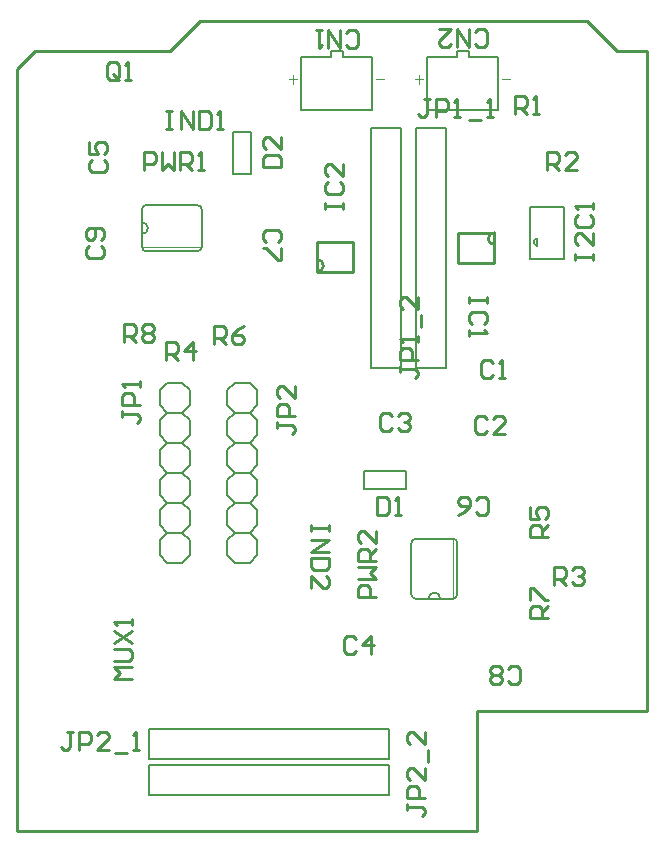
<source format=gto>
%FSLAX24Y24*%
%MOIN*%
G70*
G01*
G75*
%ADD10R,0.0120X0.0570*%
%ADD11R,0.0280X0.0360*%
%ADD12R,0.0520X0.0600*%
%ADD13R,0.0100X0.0400*%
%ADD14R,0.0240X0.0870*%
%ADD15R,0.0520X0.0630*%
%ADD16R,0.0360X0.0280*%
%ADD17R,0.0480X0.0280*%
%ADD18R,0.0280X0.0480*%
%ADD19R,0.0800X0.0260*%
%ADD20R,0.0260X0.0800*%
%ADD21R,0.0630X0.0520*%
%ADD22R,0.0600X0.0520*%
%ADD23C,0.0120*%
%ADD24C,0.0150*%
%ADD25C,0.1500*%
%ADD26C,0.1400*%
G04:AMPARAMS|DCode=27|XSize=70mil|YSize=70mil|CornerRadius=0mil|HoleSize=0mil|Usage=FLASHONLY|Rotation=0.000|XOffset=0mil|YOffset=0mil|HoleType=Round|Shape=Octagon|*
%AMOCTAGOND27*
4,1,8,0.0350,-0.0175,0.0350,0.0175,0.0175,0.0350,-0.0175,0.0350,-0.0350,0.0175,-0.0350,-0.0175,-0.0175,-0.0350,0.0175,-0.0350,0.0350,-0.0175,0.0*
%
%ADD27OCTAGOND27*%

G04:AMPARAMS|DCode=28|XSize=70mil|YSize=70mil|CornerRadius=0mil|HoleSize=0mil|Usage=FLASHONLY|Rotation=90.000|XOffset=0mil|YOffset=0mil|HoleType=Round|Shape=Octagon|*
%AMOCTAGOND28*
4,1,8,0.0175,0.0350,-0.0175,0.0350,-0.0350,0.0175,-0.0350,-0.0175,-0.0175,-0.0350,0.0175,-0.0350,0.0350,-0.0175,0.0350,0.0175,0.0175,0.0350,0.0*
%
%ADD28OCTAGOND28*%

G04:AMPARAMS|DCode=29|XSize=60mil|YSize=60mil|CornerRadius=0mil|HoleSize=0mil|Usage=FLASHONLY|Rotation=0.000|XOffset=0mil|YOffset=0mil|HoleType=Round|Shape=Octagon|*
%AMOCTAGOND29*
4,1,8,0.0300,-0.0150,0.0300,0.0150,0.0150,0.0300,-0.0150,0.0300,-0.0300,0.0150,-0.0300,-0.0150,-0.0150,-0.0300,0.0150,-0.0300,0.0300,-0.0150,0.0*
%
%ADD29OCTAGOND29*%

%ADD30C,0.0560*%
G04:AMPARAMS|DCode=31|XSize=66mil|YSize=66mil|CornerRadius=0mil|HoleSize=0mil|Usage=FLASHONLY|Rotation=90.000|XOffset=0mil|YOffset=0mil|HoleType=Round|Shape=Octagon|*
%AMOCTAGOND31*
4,1,8,0.0165,0.0330,-0.0165,0.0330,-0.0330,0.0165,-0.0330,-0.0165,-0.0165,-0.0330,0.0165,-0.0330,0.0330,-0.0165,0.0330,0.0165,0.0165,0.0330,0.0*
%
%ADD31OCTAGOND31*%

%ADD32C,0.0500*%
%ADD33C,0.0100*%
%ADD34C,0.0080*%
%ADD35C,0.0060*%
%ADD36C,0.0050*%
%ADD37C,0.0020*%
%ADD38C,0.0034*%
D33*
X27700Y30250D02*
G03*
X27700Y30650I0J200D01*
G01*
X33600Y31550D02*
G03*
X33600Y31150I0J-200D01*
G01*
X17700Y37000D02*
X18300Y37600D01*
X17700Y11600D02*
Y37000D01*
X17700Y11600D02*
X17700Y11600D01*
X17700Y11600D02*
X33016D01*
Y15600D01*
X38700D01*
Y37600D01*
X38700Y37600D01*
X37700D02*
X38700D01*
X36700Y38600D02*
X37700Y37600D01*
X23800Y38600D02*
X36700D01*
X22800Y37600D02*
X23800Y38600D01*
X18300Y37600D02*
X22800D01*
X27700Y30250D02*
Y31250D01*
X28900D01*
Y30250D02*
Y31250D01*
X27700Y30250D02*
X28900D01*
X33600Y30550D02*
Y31550D01*
X32400Y30550D02*
X33600D01*
X32400D02*
Y31550D01*
X33600D01*
X30450Y27100D02*
Y26900D01*
Y27000D01*
X30950D01*
X31050Y26900D01*
Y26800D01*
X30950Y26700D01*
X31050Y27300D02*
X30450D01*
Y27600D01*
X30550Y27700D01*
X30750D01*
X30850Y27600D01*
Y27300D01*
X31050Y27900D02*
Y28100D01*
Y28000D01*
X30450D01*
X30550Y27900D01*
X31150Y28399D02*
Y28799D01*
X31050Y29399D02*
Y28999D01*
X30650Y29399D01*
X30550D01*
X30450Y29299D01*
Y29099D01*
X30550Y28999D01*
X31450Y36000D02*
X31250D01*
X31350D01*
Y35500D01*
X31250Y35400D01*
X31150D01*
X31050Y35500D01*
X31650Y35400D02*
Y36000D01*
X31950D01*
X32050Y35900D01*
Y35700D01*
X31950Y35600D01*
X31650D01*
X32250Y35400D02*
X32450D01*
X32350D01*
Y36000D01*
X32250Y35900D01*
X32749Y35300D02*
X33149D01*
X33349Y35400D02*
X33549D01*
X33449D01*
Y36000D01*
X33349Y35900D01*
X30700Y12500D02*
Y12300D01*
Y12400D01*
X31200D01*
X31300Y12300D01*
Y12200D01*
X31200Y12100D01*
X31300Y12700D02*
X30700D01*
Y13000D01*
X30800Y13100D01*
X31000D01*
X31100Y13000D01*
Y12700D01*
X31300Y13699D02*
Y13300D01*
X30900Y13699D01*
X30800D01*
X30700Y13600D01*
Y13400D01*
X30800Y13300D01*
X31400Y13899D02*
Y14299D01*
X31300Y14899D02*
Y14499D01*
X30900Y14899D01*
X30800D01*
X30700Y14799D01*
Y14599D01*
X30800Y14499D01*
X19550Y14900D02*
X19350D01*
X19450D01*
Y14400D01*
X19350Y14300D01*
X19250D01*
X19150Y14400D01*
X19750Y14300D02*
Y14900D01*
X20050D01*
X20150Y14800D01*
Y14600D01*
X20050Y14500D01*
X19750D01*
X20749Y14300D02*
X20350D01*
X20749Y14700D01*
Y14800D01*
X20650Y14900D01*
X20450D01*
X20350Y14800D01*
X20949Y14200D02*
X21349D01*
X21549Y14300D02*
X21749D01*
X21649D01*
Y14900D01*
X21549Y14800D01*
X33350Y25350D02*
X33250Y25450D01*
X33050D01*
X32950Y25350D01*
Y24950D01*
X33050Y24850D01*
X33250D01*
X33350Y24950D01*
X33950Y24850D02*
X33550D01*
X33950Y25250D01*
Y25350D01*
X33850Y25450D01*
X33650D01*
X33550Y25350D01*
X33550Y27200D02*
X33450Y27300D01*
X33250D01*
X33150Y27200D01*
Y26800D01*
X33250Y26700D01*
X33450D01*
X33550Y26800D01*
X33750Y26700D02*
X33950D01*
X33850D01*
Y27300D01*
X33750Y27200D01*
X26350Y25250D02*
Y25050D01*
Y25150D01*
X26850D01*
X26950Y25050D01*
Y24950D01*
X26850Y24850D01*
X26950Y25450D02*
X26350D01*
Y25750D01*
X26450Y25850D01*
X26650D01*
X26750Y25750D01*
Y25450D01*
X26950Y26449D02*
Y26050D01*
X26550Y26449D01*
X26450D01*
X26350Y26350D01*
Y26150D01*
X26450Y26050D01*
X21200Y25600D02*
Y25400D01*
Y25500D01*
X21700D01*
X21800Y25400D01*
Y25300D01*
X21700Y25200D01*
X21800Y25800D02*
X21200D01*
Y26100D01*
X21300Y26200D01*
X21500D01*
X21600Y26100D01*
Y25800D01*
X21800Y26400D02*
Y26600D01*
Y26500D01*
X21200D01*
X21300Y26400D01*
X33350Y29400D02*
Y29200D01*
Y29300D01*
X32750D01*
Y29400D01*
Y29200D01*
X33250Y28500D02*
X33350Y28600D01*
Y28800D01*
X33250Y28900D01*
X32850D01*
X32750Y28800D01*
Y28600D01*
X32850Y28500D01*
X32750Y28300D02*
Y28100D01*
Y28200D01*
X33350D01*
X33250Y28300D01*
X27950Y32350D02*
Y32550D01*
Y32450D01*
X28550D01*
Y32350D01*
Y32550D01*
X28050Y33250D02*
X27950Y33150D01*
Y32950D01*
X28050Y32850D01*
X28450D01*
X28550Y32950D01*
Y33150D01*
X28450Y33250D01*
X28550Y33850D02*
Y33450D01*
X28150Y33850D01*
X28050D01*
X27950Y33750D01*
Y33550D01*
X28050Y33450D01*
X30175Y25450D02*
X30075Y25550D01*
X29875D01*
X29775Y25450D01*
Y25050D01*
X29875Y24950D01*
X30075D01*
X30175Y25050D01*
X30374Y25450D02*
X30474Y25550D01*
X30674D01*
X30774Y25450D01*
Y25350D01*
X30674Y25250D01*
X30574D01*
X30674D01*
X30774Y25150D01*
Y25050D01*
X30674Y24950D01*
X30474D01*
X30374Y25050D01*
X36300Y30650D02*
Y30850D01*
Y30750D01*
X36900D01*
Y30650D01*
Y30850D01*
Y31550D02*
Y31150D01*
X36500Y31550D01*
X36400D01*
X36300Y31450D01*
Y31250D01*
X36400Y31150D01*
Y32150D02*
X36300Y32050D01*
Y31850D01*
X36400Y31750D01*
X36800D01*
X36900Y31850D01*
Y32050D01*
X36800Y32150D01*
X36900Y32349D02*
Y32549D01*
Y32449D01*
X36300D01*
X36400Y32349D01*
X21535Y16675D02*
X20935D01*
X21135Y16875D01*
X20935Y17075D01*
X21535D01*
X20935Y17275D02*
X21435D01*
X21535Y17375D01*
Y17575D01*
X21435Y17675D01*
X20935D01*
Y17875D02*
X21535Y18274D01*
X20935D02*
X21535Y17875D01*
Y18474D02*
Y18674D01*
Y18574D01*
X20935D01*
X21035Y18474D01*
X28650Y37800D02*
X28750Y37700D01*
X28950D01*
X29050Y37800D01*
Y38200D01*
X28950Y38300D01*
X28750D01*
X28650Y38200D01*
X28450Y38300D02*
Y37700D01*
X28050Y38300D01*
Y37700D01*
X27850Y38300D02*
X27650D01*
X27750D01*
Y37700D01*
X27850Y37800D01*
X21100Y36750D02*
Y37150D01*
X21000Y37250D01*
X20800D01*
X20700Y37150D01*
Y36750D01*
X20800Y36650D01*
X21000D01*
X20900Y36850D02*
X21100Y36650D01*
X21000D02*
X21100Y36750D01*
X21300Y36650D02*
X21500D01*
X21400D01*
Y37250D01*
X21300Y37150D01*
X34274Y35500D02*
Y36100D01*
X34574D01*
X34674Y36000D01*
Y35800D01*
X34574Y35700D01*
X34274D01*
X34474D02*
X34674Y35500D01*
X34874D02*
X35074D01*
X34974D01*
Y36100D01*
X34874Y36000D01*
X35350Y33650D02*
Y34250D01*
X35650D01*
X35750Y34150D01*
Y33950D01*
X35650Y33850D01*
X35350D01*
X35550D02*
X35750Y33650D01*
X36350D02*
X35950D01*
X36350Y34050D01*
Y34150D01*
X36250Y34250D01*
X36050D01*
X35950Y34150D01*
X32950Y37850D02*
X33050Y37750D01*
X33250D01*
X33350Y37850D01*
Y38250D01*
X33250Y38350D01*
X33050D01*
X32950Y38250D01*
X32750Y38350D02*
Y37750D01*
X32350Y38350D01*
Y37750D01*
X31751Y38350D02*
X32150D01*
X31751Y37950D01*
Y37850D01*
X31850Y37750D01*
X32050D01*
X32150Y37850D01*
X28100Y21790D02*
Y21590D01*
Y21690D01*
X27500D01*
Y21790D01*
Y21590D01*
Y21290D02*
X28100D01*
X27500Y20890D01*
X28100D01*
Y20690D02*
X27500D01*
Y20390D01*
X27600Y20290D01*
X28000D01*
X28100Y20390D01*
Y20690D01*
X27500Y19691D02*
Y20091D01*
X27900Y19691D01*
X28000D01*
X28100Y19791D01*
Y19991D01*
X28000Y20091D01*
X29700Y22750D02*
Y22150D01*
X30000D01*
X30100Y22250D01*
Y22650D01*
X30000Y22750D01*
X29700D01*
X30300Y22150D02*
X30500D01*
X30400D01*
Y22750D01*
X30300Y22650D01*
X22650Y35600D02*
X22850D01*
X22750D01*
Y35000D01*
X22650D01*
X22850D01*
X23150D02*
Y35600D01*
X23550Y35000D01*
Y35600D01*
X23750D02*
Y35000D01*
X24050D01*
X24150Y35100D01*
Y35500D01*
X24050Y35600D01*
X23750D01*
X24349Y35000D02*
X24549D01*
X24449D01*
Y35600D01*
X24349Y35500D01*
X25900Y33750D02*
X26500D01*
Y34050D01*
X26400Y34150D01*
X26000D01*
X25900Y34050D01*
Y33750D01*
X26500Y34750D02*
Y34350D01*
X26100Y34750D01*
X26000D01*
X25900Y34650D01*
Y34450D01*
X26000Y34350D01*
X29655Y19415D02*
X29055D01*
Y19715D01*
X29155Y19815D01*
X29355D01*
X29455Y19715D01*
Y19415D01*
X29055Y20015D02*
X29655D01*
X29455Y20215D01*
X29655Y20415D01*
X29055D01*
X29655Y20615D02*
X29055D01*
Y20915D01*
X29155Y21014D01*
X29355D01*
X29455Y20915D01*
Y20615D01*
Y20815D02*
X29655Y21014D01*
Y21614D02*
Y21214D01*
X29255Y21614D01*
X29155D01*
X29055Y21514D01*
Y21314D01*
X29155Y21214D01*
X21915Y33645D02*
Y34245D01*
X22215D01*
X22315Y34145D01*
Y33945D01*
X22215Y33845D01*
X21915D01*
X22515Y34245D02*
Y33645D01*
X22715Y33845D01*
X22915Y33645D01*
Y34245D01*
X23115Y33645D02*
Y34245D01*
X23415D01*
X23514Y34145D01*
Y33945D01*
X23415Y33845D01*
X23115D01*
X23315D02*
X23514Y33645D01*
X23714D02*
X23914D01*
X23814D01*
Y34245D01*
X23714Y34145D01*
X35600Y19800D02*
Y20400D01*
X35900D01*
X36000Y20300D01*
Y20100D01*
X35900Y20000D01*
X35600D01*
X35800D02*
X36000Y19800D01*
X36200Y20300D02*
X36300Y20400D01*
X36500D01*
X36600Y20300D01*
Y20200D01*
X36500Y20100D01*
X36400D01*
X36500D01*
X36600Y20000D01*
Y19900D01*
X36500Y19800D01*
X36300D01*
X36200Y19900D01*
X22650Y27300D02*
Y27900D01*
X22950D01*
X23050Y27800D01*
Y27600D01*
X22950Y27500D01*
X22650D01*
X22850D02*
X23050Y27300D01*
X23550D02*
Y27900D01*
X23250Y27600D01*
X23650D01*
X28975Y18000D02*
X28875Y18100D01*
X28675D01*
X28575Y18000D01*
Y17600D01*
X28675Y17500D01*
X28875D01*
X28975Y17600D01*
X29475Y17500D02*
Y18100D01*
X29175Y17800D01*
X29575D01*
X20200Y33960D02*
X20100Y33860D01*
Y33660D01*
X20200Y33560D01*
X20600D01*
X20700Y33660D01*
Y33860D01*
X20600Y33960D01*
X20100Y34560D02*
Y34160D01*
X20400D01*
X20300Y34360D01*
Y34460D01*
X20400Y34560D01*
X20600D01*
X20700Y34460D01*
Y34260D01*
X20600Y34160D01*
X33000Y22250D02*
X33100Y22150D01*
X33300D01*
X33400Y22250D01*
Y22650D01*
X33300Y22750D01*
X33100D01*
X33000Y22650D01*
X32400Y22150D02*
X32600Y22250D01*
X32800Y22450D01*
Y22650D01*
X32700Y22750D01*
X32500D01*
X32400Y22650D01*
Y22550D01*
X32500Y22450D01*
X32800D01*
X26405Y31250D02*
X26505Y31350D01*
Y31550D01*
X26405Y31650D01*
X26005D01*
X25905Y31550D01*
Y31350D01*
X26005Y31250D01*
X26505Y31051D02*
Y30651D01*
X26405D01*
X26005Y31051D01*
X25905D01*
X35400Y21400D02*
X34800D01*
Y21700D01*
X34900Y21800D01*
X35100D01*
X35200Y21700D01*
Y21400D01*
Y21600D02*
X35400Y21800D01*
X34800Y22400D02*
Y22000D01*
X35100D01*
X35000Y22200D01*
Y22300D01*
X35100Y22400D01*
X35300D01*
X35400Y22300D01*
Y22100D01*
X35300Y22000D01*
X24250Y27850D02*
Y28450D01*
X24550D01*
X24650Y28350D01*
Y28150D01*
X24550Y28050D01*
X24250D01*
X24450D02*
X24650Y27850D01*
X25250Y28450D02*
X25050Y28350D01*
X24850Y28150D01*
Y27950D01*
X24950Y27850D01*
X25150D01*
X25250Y27950D01*
Y28050D01*
X25150Y28150D01*
X24850D01*
X35400Y18700D02*
X34800D01*
Y19000D01*
X34900Y19100D01*
X35100D01*
X35200Y19000D01*
Y18700D01*
Y18900D02*
X35400Y19100D01*
X34800Y19300D02*
Y19700D01*
X34900D01*
X35300Y19300D01*
X35400D01*
X21270Y27900D02*
Y28500D01*
X21570D01*
X21670Y28400D01*
Y28200D01*
X21570Y28100D01*
X21270D01*
X21470D02*
X21670Y27900D01*
X21870Y28400D02*
X21970Y28500D01*
X22170D01*
X22270Y28400D01*
Y28300D01*
X22170Y28200D01*
X22270Y28100D01*
Y28000D01*
X22170Y27900D01*
X21970D01*
X21870Y28000D01*
Y28100D01*
X21970Y28200D01*
X21870Y28300D01*
Y28400D01*
X21970Y28200D02*
X22170D01*
X34050Y16595D02*
X34150Y16495D01*
X34350D01*
X34450Y16595D01*
Y16995D01*
X34350Y17095D01*
X34150D01*
X34050Y16995D01*
X33851Y16595D02*
X33751Y16495D01*
X33551D01*
X33451Y16595D01*
Y16695D01*
X33551Y16795D01*
X33451Y16895D01*
Y16995D01*
X33551Y17095D01*
X33751D01*
X33851Y16995D01*
Y16895D01*
X33751Y16795D01*
X33851Y16695D01*
Y16595D01*
X33751Y16795D02*
X33551D01*
X20100Y31100D02*
X20000Y31000D01*
Y30800D01*
X20100Y30700D01*
X20500D01*
X20600Y30800D01*
Y31000D01*
X20500Y31100D01*
Y31300D02*
X20600Y31400D01*
Y31600D01*
X20500Y31700D01*
X20100D01*
X20000Y31600D01*
Y31400D01*
X20100Y31300D01*
X20200D01*
X20300Y31400D01*
Y31700D01*
D34*
X35035Y31353D02*
G03*
X35035Y31117I0J-118D01*
G01*
Y31117D02*
Y31353D01*
X34799Y30684D02*
Y32420D01*
Y30684D02*
X35910D01*
Y32420D01*
X34956D02*
X35910D01*
X34799D02*
X34956D01*
D35*
X31800Y19350D02*
G03*
X31400Y19350I-200J0D01*
G01*
X32220D02*
G03*
X32370Y19500I0J150D01*
G01*
X30980Y21350D02*
G03*
X30830Y21200I0J-150D01*
G01*
Y19500D02*
G03*
X30980Y19350I150J0D01*
G01*
X32370Y21200D02*
G03*
X32220Y21350I-150J0D01*
G01*
X21850Y31500D02*
G03*
X21850Y31900I0J200D01*
G01*
Y31080D02*
G03*
X22000Y30930I150J0D01*
G01*
X23850Y32320D02*
G03*
X23700Y32470I-150J0D01*
G01*
X22000D02*
G03*
X21850Y32320I0J-150D01*
G01*
X23700Y30930D02*
G03*
X23850Y31080I0J150D01*
G01*
X24700Y20800D02*
Y21300D01*
X24950Y21550D01*
X25450D02*
X25700Y21300D01*
X24700Y20800D02*
X24950Y20550D01*
X25450D01*
X25700Y20800D01*
Y21300D01*
X24700Y25800D02*
Y26300D01*
X24950Y26550D01*
X25450D02*
X25700Y26300D01*
X24950Y26550D02*
X25450D01*
X24700Y25300D02*
X24950Y25550D01*
X24700Y24800D02*
Y25300D01*
Y24800D02*
X24950Y24550D01*
X25450D01*
X25700Y24800D01*
Y25300D01*
X25450Y25550D02*
X25700Y25300D01*
X24700Y25800D02*
X24950Y25550D01*
X25450D01*
X25700Y25800D01*
Y26300D01*
X24700Y22800D02*
Y23300D01*
X24950Y23550D01*
X25450D02*
X25700Y23300D01*
X24700Y24300D02*
X24950Y24550D01*
X24700Y23800D02*
Y24300D01*
Y23800D02*
X24950Y23550D01*
X25450D01*
X25700Y23800D01*
Y24300D01*
X25450Y24550D02*
X25700Y24300D01*
X24700Y22300D02*
X24950Y22550D01*
X24700Y21800D02*
Y22300D01*
Y21800D02*
X24950Y21550D01*
X25450D01*
X25700Y21800D01*
Y22300D01*
X25450Y22550D02*
X25700Y22300D01*
X24700Y22800D02*
X24950Y22550D01*
X25450D01*
X25700Y22800D01*
Y23300D01*
X22450Y20800D02*
Y21300D01*
X22700Y21550D01*
X23200D02*
X23450Y21300D01*
X22450Y20800D02*
X22700Y20550D01*
X23200D01*
X23450Y20800D01*
Y21300D01*
X22450Y25800D02*
Y26300D01*
X22700Y26550D01*
X23200D02*
X23450Y26300D01*
X22700Y26550D02*
X23200D01*
X22450Y25300D02*
X22700Y25550D01*
X22450Y24800D02*
Y25300D01*
Y24800D02*
X22700Y24550D01*
X23200D01*
X23450Y24800D01*
Y25300D01*
X23200Y25550D02*
X23450Y25300D01*
X22450Y25800D02*
X22700Y25550D01*
X23200D01*
X23450Y25800D01*
Y26300D01*
X22450Y22800D02*
Y23300D01*
X22700Y23550D01*
X23200D02*
X23450Y23300D01*
X22450Y24300D02*
X22700Y24550D01*
X22450Y23800D02*
Y24300D01*
Y23800D02*
X22700Y23550D01*
X23200D01*
X23450Y23800D01*
Y24300D01*
X23200Y24550D02*
X23450Y24300D01*
X22450Y22300D02*
X22700Y22550D01*
X22450Y21800D02*
Y22300D01*
Y21800D02*
X22700Y21550D01*
X23200D01*
X23450Y21800D01*
Y22300D01*
X23200Y22550D02*
X23450Y22300D01*
X22450Y22800D02*
X22700Y22550D01*
X23200D01*
X23450Y22800D01*
Y23300D01*
X30980Y19350D02*
X32220D01*
X30980Y21350D02*
X32220D01*
X32370Y19500D02*
Y21200D01*
X30830Y19500D02*
Y21200D01*
X21850Y31080D02*
Y32320D01*
X23850Y31080D02*
Y32320D01*
X22000Y30930D02*
X23700D01*
X22000Y32470D02*
X23700D01*
D36*
X29500Y35050D02*
X30500D01*
X29500Y27050D02*
Y35050D01*
Y27050D02*
X30500D01*
Y35050D01*
X31000D02*
X32000D01*
X31000Y27050D02*
Y35050D01*
Y27050D02*
X32000D01*
Y35050D01*
X22100Y12800D02*
Y13800D01*
Y12800D02*
X30100D01*
Y13800D01*
X22100D02*
X30100D01*
X22100Y14000D02*
Y15000D01*
Y14000D02*
X30100D01*
Y15000D01*
X22100D02*
X30100D01*
X34917Y32420D02*
X34956D01*
X27160Y35640D02*
Y37419D01*
Y35640D02*
X29531D01*
Y37419D01*
X28547D02*
X29531D01*
X28547D02*
Y37616D01*
X28150D02*
X28547D01*
X28150Y37419D02*
Y37616D01*
X27160Y37419D02*
X28150D01*
X31360Y35640D02*
Y37419D01*
Y35640D02*
X33731D01*
Y37419D01*
X32747D02*
X33731D01*
X32747D02*
Y37616D01*
X32350D02*
X32747D01*
X32350Y37419D02*
Y37616D01*
X31360Y37419D02*
X32350D01*
X30650Y23000D02*
Y23600D01*
X29250D02*
X30650D01*
X29250Y23000D02*
Y23600D01*
Y23000D02*
X30650D01*
X24900Y33500D02*
X25500D01*
Y34900D01*
X24900D02*
X25500D01*
X24900Y33500D02*
Y34900D01*
D37*
X32230Y19350D02*
Y21350D01*
X21850Y31070D02*
X23850D01*
D38*
X29650Y36662D02*
X29933D01*
X26750D02*
X27033D01*
X26892Y36804D02*
Y36521D01*
X33850Y36662D02*
X34133D01*
X30950D02*
X31233D01*
X31092Y36804D02*
Y36521D01*
M02*

</source>
